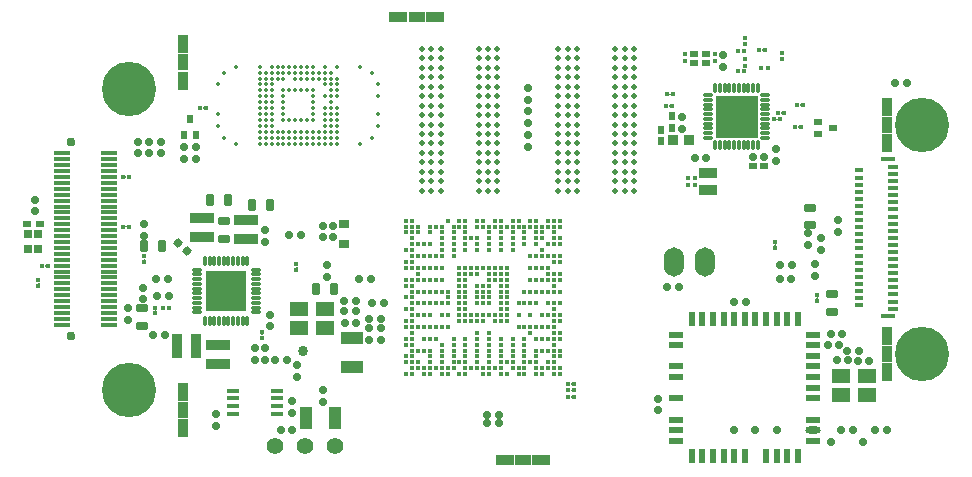
<source format=gts>
G04*
G04 #@! TF.GenerationSoftware,Altium Limited,Altium Designer,22.2.1 (43)*
G04*
G04 Layer_Color=8388736*
%FSLAX25Y25*%
%MOIN*%
G70*
G04*
G04 #@! TF.SameCoordinates,78EA78F8-FF88-446E-916A-2EA80F8DE5DB*
G04*
G04*
G04 #@! TF.FilePolarity,Negative*
G04*
G01*
G75*
%ADD35R,0.02756X0.01968*%
%ADD75C,0.00800*%
%ADD76C,0.01457*%
G04:AMPARAMS|DCode=77|XSize=16mil|YSize=16mil|CornerRadius=4.25mil|HoleSize=0mil|Usage=FLASHONLY|Rotation=180.000|XOffset=0mil|YOffset=0mil|HoleType=Round|Shape=RoundedRectangle|*
%AMROUNDEDRECTD77*
21,1,0.01600,0.00750,0,0,180.0*
21,1,0.00750,0.01600,0,0,180.0*
1,1,0.00850,-0.00375,0.00375*
1,1,0.00850,0.00375,0.00375*
1,1,0.00850,0.00375,-0.00375*
1,1,0.00850,-0.00375,-0.00375*
%
%ADD77ROUNDEDRECTD77*%
G04:AMPARAMS|DCode=78|XSize=16mil|YSize=16mil|CornerRadius=4.25mil|HoleSize=0mil|Usage=FLASHONLY|Rotation=90.000|XOffset=0mil|YOffset=0mil|HoleType=Round|Shape=RoundedRectangle|*
%AMROUNDEDRECTD78*
21,1,0.01600,0.00750,0,0,90.0*
21,1,0.00750,0.01600,0,0,90.0*
1,1,0.00850,0.00375,0.00375*
1,1,0.00850,0.00375,-0.00375*
1,1,0.00850,-0.00375,-0.00375*
1,1,0.00850,-0.00375,0.00375*
%
%ADD78ROUNDEDRECTD78*%
%ADD79R,0.02756X0.02363*%
G04:AMPARAMS|DCode=80|XSize=27.56mil|YSize=23.62mil|CornerRadius=5.91mil|HoleSize=0mil|Usage=FLASHONLY|Rotation=90.000|XOffset=0mil|YOffset=0mil|HoleType=Round|Shape=RoundedRectangle|*
%AMROUNDEDRECTD80*
21,1,0.02756,0.01181,0,0,90.0*
21,1,0.01575,0.02362,0,0,90.0*
1,1,0.01181,0.00591,0.00787*
1,1,0.01181,0.00591,-0.00787*
1,1,0.01181,-0.00591,-0.00787*
1,1,0.01181,-0.00591,0.00787*
%
%ADD80ROUNDEDRECTD80*%
%ADD81O,0.03740X0.01181*%
%ADD82O,0.01181X0.03740*%
%ADD83R,0.02363X0.05118*%
%ADD84R,0.05512X0.01378*%
%ADD85R,0.02363X0.02756*%
%ADD86R,0.02953X0.01575*%
G04:AMPARAMS|DCode=87|XSize=27.56mil|YSize=23.62mil|CornerRadius=5.91mil|HoleSize=0mil|Usage=FLASHONLY|Rotation=180.000|XOffset=0mil|YOffset=0mil|HoleType=Round|Shape=RoundedRectangle|*
%AMROUNDEDRECTD87*
21,1,0.02756,0.01181,0,0,180.0*
21,1,0.01575,0.02362,0,0,180.0*
1,1,0.01181,-0.00787,0.00591*
1,1,0.01181,0.00787,0.00591*
1,1,0.01181,0.00787,-0.00591*
1,1,0.01181,-0.00787,-0.00591*
%
%ADD87ROUNDEDRECTD87*%
%ADD88R,0.03543X0.05906*%
%ADD89R,0.03543X0.05315*%
%ADD90R,0.05906X0.03543*%
%ADD91R,0.05315X0.03543*%
%ADD92R,0.01457X0.01575*%
%ADD93R,0.05118X0.02363*%
%ADD94C,0.01378*%
%ADD95O,0.06693X0.09843*%
%ADD96C,0.03394*%
%ADD97R,0.00394X0.02363*%
%ADD98C,0.02756*%
%ADD99R,0.05118X0.00394*%
G04:AMPARAMS|DCode=100|XSize=51.18mil|YSize=23.63mil|CornerRadius=11.81mil|HoleSize=0mil|Usage=FLASHONLY|Rotation=0.000|XOffset=0mil|YOffset=0mil|HoleType=Round|Shape=RoundedRectangle|*
%AMROUNDEDRECTD100*
21,1,0.05118,0.00000,0,0,0.0*
21,1,0.02755,0.02363,0,0,0.0*
1,1,0.02363,0.01378,0.00000*
1,1,0.02363,-0.01378,0.00000*
1,1,0.02363,-0.01378,0.00000*
1,1,0.02363,0.01378,0.00000*
%
%ADD100ROUNDEDRECTD100*%
%ADD101C,0.01969*%
%ADD102O,0.01181X0.03543*%
%ADD103R,0.13780X0.13780*%
%ADD104P,0.00534X8X22.5*%
%ADD105O,0.03543X0.01181*%
%ADD106R,0.08268X0.03740*%
%ADD107R,0.02953X0.03150*%
%ADD108R,0.05906X0.05118*%
%ADD109R,0.02362X0.02756*%
%ADD110R,0.14173X0.14173*%
%ADD111R,0.03347X0.03543*%
%ADD112R,0.02362X0.02953*%
%ADD113R,0.01575X0.01457*%
%ADD114R,0.02795X0.02402*%
%ADD115R,0.05906X0.03347*%
G04:AMPARAMS|DCode=116|XSize=15.75mil|YSize=43.31mil|CornerRadius=4.92mil|HoleSize=0mil|Usage=FLASHONLY|Rotation=90.000|XOffset=0mil|YOffset=0mil|HoleType=Round|Shape=RoundedRectangle|*
%AMROUNDEDRECTD116*
21,1,0.01575,0.03347,0,0,90.0*
21,1,0.00591,0.04331,0,0,90.0*
1,1,0.00984,0.01673,0.00295*
1,1,0.00984,0.01673,-0.00295*
1,1,0.00984,-0.01673,-0.00295*
1,1,0.00984,-0.01673,0.00295*
%
%ADD116ROUNDEDRECTD116*%
%ADD117R,0.04331X0.07481*%
%ADD118R,0.04921X0.01575*%
%ADD119R,0.03543X0.01575*%
G04:AMPARAMS|DCode=120|XSize=39.37mil|YSize=27.56mil|CornerRadius=6.69mil|HoleSize=0mil|Usage=FLASHONLY|Rotation=180.000|XOffset=0mil|YOffset=0mil|HoleType=Round|Shape=RoundedRectangle|*
%AMROUNDEDRECTD120*
21,1,0.03937,0.01417,0,0,180.0*
21,1,0.02598,0.02756,0,0,180.0*
1,1,0.01339,-0.01299,0.00709*
1,1,0.01339,0.01299,0.00709*
1,1,0.01339,0.01299,-0.00709*
1,1,0.01339,-0.01299,-0.00709*
%
%ADD120ROUNDEDRECTD120*%
G04:AMPARAMS|DCode=121|XSize=39.37mil|YSize=27.56mil|CornerRadius=6.69mil|HoleSize=0mil|Usage=FLASHONLY|Rotation=270.000|XOffset=0mil|YOffset=0mil|HoleType=Round|Shape=RoundedRectangle|*
%AMROUNDEDRECTD121*
21,1,0.03937,0.01417,0,0,270.0*
21,1,0.02598,0.02756,0,0,270.0*
1,1,0.01339,-0.00709,-0.01299*
1,1,0.01339,-0.00709,0.01299*
1,1,0.01339,0.00709,0.01299*
1,1,0.01339,0.00709,-0.01299*
%
%ADD121ROUNDEDRECTD121*%
G04:AMPARAMS|DCode=122|XSize=27.56mil|YSize=23.62mil|CornerRadius=5.91mil|HoleSize=0mil|Usage=FLASHONLY|Rotation=45.000|XOffset=0mil|YOffset=0mil|HoleType=Round|Shape=RoundedRectangle|*
%AMROUNDEDRECTD122*
21,1,0.02756,0.01181,0,0,45.0*
21,1,0.01575,0.02362,0,0,45.0*
1,1,0.01181,0.00974,0.00139*
1,1,0.01181,-0.00139,-0.00974*
1,1,0.01181,-0.00974,-0.00139*
1,1,0.01181,0.00139,0.00974*
%
%ADD122ROUNDEDRECTD122*%
%ADD123R,0.02756X0.02362*%
%ADD124R,0.03740X0.08268*%
%ADD125R,0.07481X0.04331*%
%ADD126R,0.03543X0.02756*%
%ADD127C,0.18110*%
%ADD128C,0.05512*%
%ADD129C,0.03032*%
%ADD130C,0.02794*%
D35*
X4835Y84040D02*
D03*
X9165D02*
D03*
D75*
X186374Y26226D02*
G03*
X186374Y26226I-100J0D01*
G01*
X249972Y141799D02*
G03*
X249972Y141799I-100J0D01*
G01*
X262580Y123560D02*
G03*
X262580Y123560I-100J0D01*
G01*
X63560Y122660D02*
G03*
X63560Y122660I-100J0D01*
G01*
X94640Y69380D02*
G03*
X94640Y69380I-100J0D01*
G01*
X37805Y83041D02*
G03*
X37805Y83041I-100J0D01*
G01*
X10887Y69882D02*
G03*
X10887Y69882I-100J0D01*
G01*
X8643Y64117D02*
G03*
X8643Y64117I-100J0D01*
G01*
X83131Y47087D02*
G03*
X83131Y47087I-100J0D01*
G01*
X43919Y72008D02*
G03*
X43919Y72008I-100J0D01*
G01*
X47620Y55000D02*
G03*
X47620Y55000I-100J0D01*
G01*
X254155Y76929D02*
G03*
X254155Y76929I-100J0D01*
G01*
X268210Y59109D02*
G03*
X268210Y59109I-100J0D01*
G01*
X261911Y116260D02*
G03*
X261911Y116260I-100J0D01*
G01*
X254645Y118740D02*
G03*
X254645Y118740I-100J0D01*
G01*
X256154Y120965D02*
G03*
X256154Y120965I-100J0D01*
G01*
X37620Y99550D02*
G03*
X37620Y99550I-100J0D01*
G01*
X218975Y123270D02*
G03*
X218975Y123270I-100J0D01*
G01*
X219116Y127074D02*
G03*
X219116Y127074I-100J0D01*
G01*
X186374Y30596D02*
G03*
X186374Y30596I-100J0D01*
G01*
Y28430D02*
G03*
X186374Y28430I-100J0D01*
G01*
D76*
X146916Y83035D02*
D03*
Y81067D02*
D03*
Y79098D02*
D03*
Y77130D02*
D03*
Y75161D02*
D03*
Y73193D02*
D03*
Y45633D02*
D03*
Y43665D02*
D03*
Y41696D02*
D03*
Y39728D02*
D03*
Y37759D02*
D03*
Y35791D02*
D03*
X148886Y85004D02*
D03*
Y83035D02*
D03*
Y69256D02*
D03*
Y67287D02*
D03*
Y65319D02*
D03*
Y63350D02*
D03*
Y61382D02*
D03*
Y59413D02*
D03*
Y57444D02*
D03*
Y55476D02*
D03*
Y53507D02*
D03*
Y51539D02*
D03*
Y37759D02*
D03*
Y33822D02*
D03*
X150854Y85004D02*
D03*
Y83035D02*
D03*
Y81067D02*
D03*
Y79098D02*
D03*
Y77130D02*
D03*
Y75161D02*
D03*
Y69256D02*
D03*
Y67287D02*
D03*
Y65319D02*
D03*
Y63350D02*
D03*
Y61382D02*
D03*
Y59413D02*
D03*
Y57444D02*
D03*
Y55476D02*
D03*
Y53507D02*
D03*
Y51539D02*
D03*
Y45633D02*
D03*
Y43665D02*
D03*
Y41696D02*
D03*
Y39728D02*
D03*
Y37759D02*
D03*
Y35791D02*
D03*
Y33822D02*
D03*
X152822Y79098D02*
D03*
Y69256D02*
D03*
Y67287D02*
D03*
Y53507D02*
D03*
Y51539D02*
D03*
Y35791D02*
D03*
X154790Y85004D02*
D03*
Y83035D02*
D03*
Y79098D02*
D03*
Y77130D02*
D03*
Y75161D02*
D03*
Y69256D02*
D03*
Y67287D02*
D03*
Y63350D02*
D03*
Y61382D02*
D03*
Y59413D02*
D03*
Y57444D02*
D03*
Y53507D02*
D03*
Y51539D02*
D03*
Y47602D02*
D03*
Y45633D02*
D03*
Y43665D02*
D03*
Y41696D02*
D03*
Y39728D02*
D03*
Y37759D02*
D03*
Y35791D02*
D03*
X156760Y85004D02*
D03*
Y83035D02*
D03*
Y69256D02*
D03*
Y63350D02*
D03*
Y61382D02*
D03*
Y59413D02*
D03*
Y57444D02*
D03*
Y53507D02*
D03*
Y51539D02*
D03*
Y35791D02*
D03*
Y33822D02*
D03*
X158729Y83035D02*
D03*
Y81067D02*
D03*
Y79098D02*
D03*
Y77130D02*
D03*
Y75161D02*
D03*
Y69256D02*
D03*
Y67287D02*
D03*
Y65319D02*
D03*
Y63350D02*
D03*
Y61382D02*
D03*
Y59413D02*
D03*
Y57444D02*
D03*
Y53507D02*
D03*
Y47602D02*
D03*
Y45633D02*
D03*
Y43665D02*
D03*
Y41696D02*
D03*
Y39728D02*
D03*
Y37759D02*
D03*
Y35791D02*
D03*
Y33822D02*
D03*
X160696Y85004D02*
D03*
Y83035D02*
D03*
Y69256D02*
D03*
Y67287D02*
D03*
Y65319D02*
D03*
Y53507D02*
D03*
Y51539D02*
D03*
Y35791D02*
D03*
X162665Y85004D02*
D03*
Y83035D02*
D03*
Y81067D02*
D03*
Y79098D02*
D03*
Y77130D02*
D03*
Y75161D02*
D03*
Y69256D02*
D03*
Y67287D02*
D03*
Y65319D02*
D03*
Y63350D02*
D03*
Y61382D02*
D03*
Y59413D02*
D03*
Y57444D02*
D03*
Y55476D02*
D03*
Y53507D02*
D03*
Y51539D02*
D03*
Y45633D02*
D03*
Y43665D02*
D03*
Y41696D02*
D03*
Y39728D02*
D03*
Y37759D02*
D03*
Y35791D02*
D03*
Y33822D02*
D03*
X164634Y83035D02*
D03*
Y69256D02*
D03*
Y67287D02*
D03*
Y65319D02*
D03*
Y63350D02*
D03*
Y61382D02*
D03*
Y59413D02*
D03*
Y57444D02*
D03*
Y55476D02*
D03*
Y53507D02*
D03*
Y51539D02*
D03*
Y37759D02*
D03*
Y33822D02*
D03*
X166603Y85004D02*
D03*
Y83035D02*
D03*
Y81067D02*
D03*
Y79098D02*
D03*
Y77130D02*
D03*
Y75161D02*
D03*
Y45633D02*
D03*
Y43665D02*
D03*
Y41696D02*
D03*
Y39728D02*
D03*
Y37759D02*
D03*
Y35791D02*
D03*
X168570Y85004D02*
D03*
Y83035D02*
D03*
Y57444D02*
D03*
Y53507D02*
D03*
Y49570D02*
D03*
Y35791D02*
D03*
Y33822D02*
D03*
X170539Y83035D02*
D03*
Y81067D02*
D03*
Y79098D02*
D03*
Y77130D02*
D03*
Y61382D02*
D03*
Y57444D02*
D03*
Y49570D02*
D03*
Y45633D02*
D03*
Y43665D02*
D03*
Y41696D02*
D03*
Y39728D02*
D03*
Y37759D02*
D03*
Y35791D02*
D03*
Y33822D02*
D03*
X172508Y85004D02*
D03*
Y83035D02*
D03*
Y73193D02*
D03*
Y69256D02*
D03*
Y65319D02*
D03*
Y61382D02*
D03*
Y57444D02*
D03*
Y53507D02*
D03*
Y49570D02*
D03*
Y47602D02*
D03*
Y37759D02*
D03*
X174477Y85004D02*
D03*
Y83035D02*
D03*
Y81067D02*
D03*
Y79098D02*
D03*
Y77130D02*
D03*
Y73193D02*
D03*
Y69256D02*
D03*
Y65319D02*
D03*
Y61382D02*
D03*
Y57444D02*
D03*
Y49570D02*
D03*
Y45633D02*
D03*
Y41696D02*
D03*
Y39728D02*
D03*
Y37759D02*
D03*
Y35791D02*
D03*
Y33822D02*
D03*
X176444Y83035D02*
D03*
Y81067D02*
D03*
Y79098D02*
D03*
Y75161D02*
D03*
Y73193D02*
D03*
Y69256D02*
D03*
Y65319D02*
D03*
Y61382D02*
D03*
Y53507D02*
D03*
Y49570D02*
D03*
Y45633D02*
D03*
Y41696D02*
D03*
Y35791D02*
D03*
Y33822D02*
D03*
X178413Y85004D02*
D03*
Y83035D02*
D03*
Y77130D02*
D03*
Y73193D02*
D03*
Y69256D02*
D03*
Y67287D02*
D03*
Y65319D02*
D03*
Y61382D02*
D03*
Y57444D02*
D03*
Y53507D02*
D03*
Y49570D02*
D03*
Y45633D02*
D03*
Y41696D02*
D03*
Y37759D02*
D03*
Y35791D02*
D03*
X180382Y85004D02*
D03*
Y83035D02*
D03*
Y81067D02*
D03*
Y79098D02*
D03*
Y77130D02*
D03*
Y73193D02*
D03*
Y71224D02*
D03*
Y67287D02*
D03*
Y65319D02*
D03*
Y63350D02*
D03*
Y61382D02*
D03*
Y57444D02*
D03*
Y55476D02*
D03*
Y53507D02*
D03*
Y51539D02*
D03*
Y49570D02*
D03*
Y47602D02*
D03*
Y45633D02*
D03*
Y43665D02*
D03*
Y41696D02*
D03*
Y39728D02*
D03*
Y37759D02*
D03*
Y35791D02*
D03*
Y33822D02*
D03*
X182351Y85004D02*
D03*
Y83035D02*
D03*
Y79098D02*
D03*
Y77130D02*
D03*
Y73193D02*
D03*
Y71224D02*
D03*
Y67287D02*
D03*
Y65319D02*
D03*
Y61382D02*
D03*
Y57444D02*
D03*
Y53507D02*
D03*
Y51539D02*
D03*
Y47602D02*
D03*
Y45633D02*
D03*
Y41696D02*
D03*
Y39728D02*
D03*
Y35791D02*
D03*
Y33822D02*
D03*
X131168Y85004D02*
D03*
Y83035D02*
D03*
Y81067D02*
D03*
Y75161D02*
D03*
Y71224D02*
D03*
Y69256D02*
D03*
Y65319D02*
D03*
Y63350D02*
D03*
Y59413D02*
D03*
Y55476D02*
D03*
Y51539D02*
D03*
Y49570D02*
D03*
Y45633D02*
D03*
Y43665D02*
D03*
Y39728D02*
D03*
Y37759D02*
D03*
Y33822D02*
D03*
X133138Y85004D02*
D03*
Y83035D02*
D03*
Y81067D02*
D03*
Y79098D02*
D03*
Y77130D02*
D03*
Y75161D02*
D03*
Y73193D02*
D03*
Y71224D02*
D03*
Y69256D02*
D03*
Y65319D02*
D03*
Y63350D02*
D03*
Y61382D02*
D03*
Y59413D02*
D03*
Y57444D02*
D03*
Y55476D02*
D03*
Y53507D02*
D03*
Y51539D02*
D03*
Y49570D02*
D03*
Y47602D02*
D03*
Y45633D02*
D03*
Y43665D02*
D03*
Y41696D02*
D03*
Y39728D02*
D03*
Y37759D02*
D03*
Y35791D02*
D03*
Y33822D02*
D03*
X135106Y83035D02*
D03*
Y81067D02*
D03*
Y77130D02*
D03*
Y73193D02*
D03*
Y69256D02*
D03*
Y67287D02*
D03*
Y65319D02*
D03*
Y61382D02*
D03*
Y57444D02*
D03*
Y53507D02*
D03*
Y49570D02*
D03*
Y41696D02*
D03*
Y37759D02*
D03*
Y35791D02*
D03*
X137074Y77130D02*
D03*
Y73193D02*
D03*
Y69256D02*
D03*
Y65319D02*
D03*
Y61382D02*
D03*
Y57444D02*
D03*
Y53507D02*
D03*
Y49570D02*
D03*
Y45633D02*
D03*
Y41696D02*
D03*
Y35791D02*
D03*
Y33822D02*
D03*
X139042Y83035D02*
D03*
Y81067D02*
D03*
Y77130D02*
D03*
Y73193D02*
D03*
Y69256D02*
D03*
Y65319D02*
D03*
Y61382D02*
D03*
Y57444D02*
D03*
Y53507D02*
D03*
Y49570D02*
D03*
Y45633D02*
D03*
Y41696D02*
D03*
Y39728D02*
D03*
Y37759D02*
D03*
Y35791D02*
D03*
Y33822D02*
D03*
X141012Y83035D02*
D03*
Y73193D02*
D03*
Y69256D02*
D03*
Y65319D02*
D03*
Y61382D02*
D03*
Y57444D02*
D03*
Y49570D02*
D03*
Y45633D02*
D03*
Y35791D02*
D03*
X142980Y83035D02*
D03*
Y81067D02*
D03*
Y79098D02*
D03*
Y77130D02*
D03*
Y75161D02*
D03*
Y73193D02*
D03*
Y69256D02*
D03*
Y65319D02*
D03*
Y61382D02*
D03*
Y57444D02*
D03*
Y53507D02*
D03*
Y49570D02*
D03*
Y43665D02*
D03*
Y41696D02*
D03*
Y39728D02*
D03*
Y37759D02*
D03*
Y35791D02*
D03*
Y33822D02*
D03*
X144948Y85004D02*
D03*
Y61382D02*
D03*
Y59413D02*
D03*
Y57444D02*
D03*
Y53507D02*
D03*
Y49570D02*
D03*
Y35791D02*
D03*
Y33822D02*
D03*
D77*
X185216Y26226D02*
D03*
X250807Y141799D02*
D03*
X263538Y123560D02*
D03*
X261544D02*
D03*
X248814Y141799D02*
D03*
X217818Y123270D02*
D03*
X217958Y127074D02*
D03*
X62524Y122660D02*
D03*
X187210Y26226D02*
D03*
X64518Y122660D02*
D03*
X187210Y28430D02*
D03*
X36769Y83041D02*
D03*
X38763D02*
D03*
X9852Y69882D02*
D03*
X11845D02*
D03*
X52161Y55904D02*
D03*
X50167D02*
D03*
X260875Y116260D02*
D03*
X262869D02*
D03*
X253609Y118740D02*
D03*
X255603D02*
D03*
X255119Y120965D02*
D03*
X257112D02*
D03*
X36584Y99550D02*
D03*
X38578D02*
D03*
X219811Y123270D02*
D03*
X219951Y127074D02*
D03*
X185216Y30596D02*
D03*
X187210D02*
D03*
X185216Y28430D02*
D03*
D78*
X256399Y139014D02*
D03*
Y141008D02*
D03*
X94540Y68444D02*
D03*
Y70438D02*
D03*
X8543Y65175D02*
D03*
Y63181D02*
D03*
X83031Y48022D02*
D03*
Y46029D02*
D03*
X43819Y71072D02*
D03*
Y73066D02*
D03*
X47520Y54064D02*
D03*
Y56058D02*
D03*
X254055Y75993D02*
D03*
Y77987D02*
D03*
X268110Y58173D02*
D03*
Y60167D02*
D03*
D79*
X268431Y117819D02*
D03*
X273549Y115850D02*
D03*
X268431Y113881D02*
D03*
D80*
X291311Y15124D02*
D03*
X57051Y109520D02*
D03*
Y105720D02*
D03*
X60988D02*
D03*
Y109520D02*
D03*
X244488Y57953D02*
D03*
X93189Y15118D02*
D03*
X89252D02*
D03*
X297992Y130787D02*
D03*
X294055D02*
D03*
X240551Y57953D02*
D03*
X255630Y65709D02*
D03*
X259567D02*
D03*
X255648Y70157D02*
D03*
X259585D02*
D03*
X91496Y38541D02*
D03*
X87559D02*
D03*
X50787Y47047D02*
D03*
X46850D02*
D03*
X52135Y59945D02*
D03*
X48199D02*
D03*
X96059Y80297D02*
D03*
X92122D02*
D03*
X222087Y62874D02*
D03*
X218150D02*
D03*
X227244Y105827D02*
D03*
X231181D02*
D03*
X250512Y106299D02*
D03*
X246575D02*
D03*
X51575Y65706D02*
D03*
X47638D02*
D03*
X110565Y54797D02*
D03*
X114502D02*
D03*
X114568Y50997D02*
D03*
X110631D02*
D03*
X118835Y49197D02*
D03*
X122772D02*
D03*
Y52097D02*
D03*
X118835D02*
D03*
X118865Y45297D02*
D03*
X122802D02*
D03*
X114502Y58096D02*
D03*
X110565D02*
D03*
X119459Y65697D02*
D03*
X115522D02*
D03*
X123742Y57497D02*
D03*
X119805D02*
D03*
X158193Y17455D02*
D03*
X162130D02*
D03*
X162150Y20241D02*
D03*
X158213D02*
D03*
X280075Y15124D02*
D03*
X276138D02*
D03*
X274628Y38447D02*
D03*
X278565D02*
D03*
X271618Y43487D02*
D03*
X275555D02*
D03*
X276537Y47165D02*
D03*
X272600D02*
D03*
X287374Y15124D02*
D03*
X285535Y38377D02*
D03*
X281598D02*
D03*
X278150Y41575D02*
D03*
X282087D02*
D03*
D81*
X250700Y122060D02*
D03*
X231802Y126784D02*
D03*
X250700Y112611D02*
D03*
Y114186D02*
D03*
Y115760D02*
D03*
Y117335D02*
D03*
Y118910D02*
D03*
Y120485D02*
D03*
Y123634D02*
D03*
Y125209D02*
D03*
Y126784D02*
D03*
X231802Y125209D02*
D03*
Y123634D02*
D03*
Y122060D02*
D03*
Y120485D02*
D03*
Y118910D02*
D03*
Y117335D02*
D03*
Y115760D02*
D03*
Y114186D02*
D03*
Y112611D02*
D03*
D82*
X245188Y129146D02*
D03*
X246763D02*
D03*
X242039Y110248D02*
D03*
X240464D02*
D03*
X234165D02*
D03*
X235739D02*
D03*
X237314D02*
D03*
X238889D02*
D03*
X243614D02*
D03*
X245188D02*
D03*
X246763D02*
D03*
X248338D02*
D03*
Y129146D02*
D03*
X243614D02*
D03*
X242039D02*
D03*
X240464D02*
D03*
X238889D02*
D03*
X237314D02*
D03*
X235739D02*
D03*
X234165D02*
D03*
D83*
X258167Y6479D02*
D03*
X254624D02*
D03*
X226277Y52149D02*
D03*
X233364D02*
D03*
Y6479D02*
D03*
X226277D02*
D03*
X229821Y52149D02*
D03*
Y6479D02*
D03*
X236907D02*
D03*
X240451D02*
D03*
X243994D02*
D03*
X251081D02*
D03*
X258167Y52149D02*
D03*
X261711D02*
D03*
Y6479D02*
D03*
X251081Y52149D02*
D03*
X254624D02*
D03*
X236907D02*
D03*
X240451D02*
D03*
X247537D02*
D03*
X243994D02*
D03*
D84*
X16339Y85770D02*
D03*
X32087Y105456D02*
D03*
X16339Y105456D02*
D03*
X32087Y107424D02*
D03*
X16339Y107424D02*
D03*
Y77896D02*
D03*
Y73959D02*
D03*
Y70022D02*
D03*
Y66085D02*
D03*
X32087Y50337D02*
D03*
X16339Y81833D02*
D03*
Y83802D02*
D03*
Y79865D02*
D03*
Y75928D02*
D03*
Y71991D02*
D03*
Y68054D02*
D03*
X32087Y85770D02*
D03*
Y81833D02*
D03*
Y77896D02*
D03*
Y73959D02*
D03*
Y83802D02*
D03*
Y79865D02*
D03*
Y75928D02*
D03*
Y71991D02*
D03*
Y70022D02*
D03*
Y68054D02*
D03*
Y66085D02*
D03*
Y60180D02*
D03*
Y56243D02*
D03*
X16339Y50337D02*
D03*
Y56243D02*
D03*
Y58211D02*
D03*
Y87739D02*
D03*
X32087Y87739D02*
D03*
X16339Y97582D02*
D03*
Y93644D02*
D03*
Y89707D02*
D03*
Y101519D02*
D03*
Y103487D02*
D03*
Y99550D02*
D03*
Y95613D02*
D03*
Y91676D02*
D03*
X32087Y101518D02*
D03*
Y97581D02*
D03*
Y93644D02*
D03*
Y103487D02*
D03*
Y99550D02*
D03*
Y95613D02*
D03*
Y91676D02*
D03*
Y89707D02*
D03*
Y54274D02*
D03*
Y52306D02*
D03*
X16339Y54274D02*
D03*
Y52306D02*
D03*
X32087Y58211D02*
D03*
Y64117D02*
D03*
Y62148D02*
D03*
X16339Y64117D02*
D03*
Y62148D02*
D03*
Y60180D02*
D03*
D85*
X59011Y118744D02*
D03*
X57042Y113626D02*
D03*
X60980D02*
D03*
D86*
X281929Y101738D02*
D03*
X281931Y56856D02*
D03*
Y61580D02*
D03*
Y59218D02*
D03*
Y68667D02*
D03*
Y66305D02*
D03*
Y75754D02*
D03*
Y73391D02*
D03*
Y78116D02*
D03*
Y80478D02*
D03*
Y85203D02*
D03*
Y82840D02*
D03*
Y92289D02*
D03*
Y89927D02*
D03*
Y71029D02*
D03*
Y63942D02*
D03*
Y87565D02*
D03*
X281929Y97014D02*
D03*
Y99376D02*
D03*
Y94652D02*
D03*
D87*
X7260Y88072D02*
D03*
X214961Y21752D02*
D03*
Y25689D02*
D03*
X45520Y107412D02*
D03*
Y111348D02*
D03*
X49420Y107412D02*
D03*
Y111348D02*
D03*
X41760Y107412D02*
D03*
Y111348D02*
D03*
X43425Y58780D02*
D03*
Y62717D02*
D03*
X103268Y28661D02*
D03*
Y24724D02*
D03*
X7260Y92009D02*
D03*
X171758Y109591D02*
D03*
X38345Y51842D02*
D03*
Y55779D02*
D03*
X67794Y20404D02*
D03*
Y16467D02*
D03*
X92992Y20827D02*
D03*
Y24764D02*
D03*
X104644Y70276D02*
D03*
Y66339D02*
D03*
X43622Y83976D02*
D03*
Y80039D02*
D03*
X267290Y66498D02*
D03*
Y70435D02*
D03*
X269567Y75157D02*
D03*
Y79094D02*
D03*
X274921Y81181D02*
D03*
Y85118D02*
D03*
X94685Y32824D02*
D03*
Y36761D02*
D03*
X264961Y80748D02*
D03*
Y76811D02*
D03*
X80748Y42559D02*
D03*
Y38622D02*
D03*
X84213Y38543D02*
D03*
Y42480D02*
D03*
X85719Y53688D02*
D03*
Y49751D02*
D03*
X84222Y81995D02*
D03*
Y78058D02*
D03*
X171758Y121572D02*
D03*
Y117635D02*
D03*
Y113528D02*
D03*
X223031Y119407D02*
D03*
Y115471D02*
D03*
X171803Y125329D02*
D03*
Y129266D02*
D03*
X254331Y104803D02*
D03*
Y108740D02*
D03*
X236811Y140274D02*
D03*
Y136337D02*
D03*
X103391Y83372D02*
D03*
Y79435D02*
D03*
X106591D02*
D03*
Y83372D02*
D03*
X283565Y11157D02*
D03*
X272574D02*
D03*
D88*
X56721Y15766D02*
D03*
Y28010D02*
D03*
X291339Y34429D02*
D03*
Y46673D02*
D03*
Y110807D02*
D03*
Y123051D02*
D03*
X56721Y131673D02*
D03*
Y143917D02*
D03*
D89*
X56721Y21888D02*
D03*
X291339Y40551D02*
D03*
Y116929D02*
D03*
X56721Y137795D02*
D03*
D90*
X176161Y5118D02*
D03*
X163917D02*
D03*
X140740Y152961D02*
D03*
X128496D02*
D03*
D91*
X170039Y5118D02*
D03*
X134618Y152961D02*
D03*
D92*
X251662Y136020D02*
D03*
X249418D02*
D03*
X227413Y99225D02*
D03*
X225169D02*
D03*
X241595Y134768D02*
D03*
X243839D02*
D03*
X241595Y141455D02*
D03*
X243839D02*
D03*
X225169Y96863D02*
D03*
X227413D02*
D03*
D93*
X266829Y39944D02*
D03*
Y18684D02*
D03*
X221159D02*
D03*
X266829Y11597D02*
D03*
X221159D02*
D03*
Y47031D02*
D03*
Y43487D02*
D03*
Y36401D02*
D03*
Y32857D02*
D03*
Y25771D02*
D03*
Y15141D02*
D03*
X266829Y47031D02*
D03*
Y43487D02*
D03*
Y36401D02*
D03*
Y32857D02*
D03*
Y29314D02*
D03*
Y25771D02*
D03*
D94*
X121709Y116622D02*
D03*
Y120559D02*
D03*
Y126465D02*
D03*
Y130402D02*
D03*
X68559Y116622D02*
D03*
Y120559D02*
D03*
Y130402D02*
D03*
X70528Y112685D02*
D03*
Y134339D02*
D03*
X74465Y136307D02*
D03*
Y110717D02*
D03*
X82339Y136307D02*
D03*
Y110717D02*
D03*
Y112685D02*
D03*
Y114654D02*
D03*
Y116622D02*
D03*
Y118591D02*
D03*
Y120559D02*
D03*
Y122528D02*
D03*
Y124496D02*
D03*
Y126465D02*
D03*
Y128433D02*
D03*
Y130402D02*
D03*
Y132370D02*
D03*
Y134339D02*
D03*
X84307Y110717D02*
D03*
Y112685D02*
D03*
Y114654D02*
D03*
Y116622D02*
D03*
Y118591D02*
D03*
Y120559D02*
D03*
Y122528D02*
D03*
Y124496D02*
D03*
Y126465D02*
D03*
Y128433D02*
D03*
Y130402D02*
D03*
Y132370D02*
D03*
Y134339D02*
D03*
X86276Y136307D02*
D03*
Y110717D02*
D03*
Y112685D02*
D03*
Y114654D02*
D03*
Y116622D02*
D03*
Y118591D02*
D03*
Y120559D02*
D03*
Y122528D02*
D03*
Y124496D02*
D03*
Y126465D02*
D03*
Y128433D02*
D03*
Y130402D02*
D03*
Y132370D02*
D03*
Y134339D02*
D03*
X88244Y136307D02*
D03*
Y110717D02*
D03*
Y112685D02*
D03*
Y114654D02*
D03*
Y132370D02*
D03*
Y134339D02*
D03*
X90213Y136307D02*
D03*
Y110717D02*
D03*
Y112685D02*
D03*
Y114654D02*
D03*
Y118591D02*
D03*
Y120559D02*
D03*
Y122528D02*
D03*
Y124496D02*
D03*
Y126465D02*
D03*
Y128433D02*
D03*
Y132370D02*
D03*
Y134339D02*
D03*
X92181Y136307D02*
D03*
Y110717D02*
D03*
Y112685D02*
D03*
Y114654D02*
D03*
Y118591D02*
D03*
Y128433D02*
D03*
Y134339D02*
D03*
X94150Y136307D02*
D03*
Y110717D02*
D03*
Y112685D02*
D03*
Y114654D02*
D03*
Y118591D02*
D03*
Y128433D02*
D03*
Y132370D02*
D03*
Y134339D02*
D03*
X96118Y136307D02*
D03*
Y110717D02*
D03*
Y112685D02*
D03*
Y114654D02*
D03*
Y118591D02*
D03*
Y128433D02*
D03*
Y132370D02*
D03*
Y134339D02*
D03*
X98087Y136307D02*
D03*
Y110717D02*
D03*
Y112685D02*
D03*
Y114654D02*
D03*
Y118591D02*
D03*
Y128433D02*
D03*
Y132370D02*
D03*
Y134339D02*
D03*
X100055Y136307D02*
D03*
Y110717D02*
D03*
Y112685D02*
D03*
Y114654D02*
D03*
Y118591D02*
D03*
Y120559D02*
D03*
Y122528D02*
D03*
Y124496D02*
D03*
Y126465D02*
D03*
Y128433D02*
D03*
Y132370D02*
D03*
Y134339D02*
D03*
X102024Y110717D02*
D03*
Y112685D02*
D03*
Y114654D02*
D03*
Y132370D02*
D03*
Y134339D02*
D03*
X103992Y136307D02*
D03*
Y110717D02*
D03*
Y112685D02*
D03*
Y114654D02*
D03*
Y116622D02*
D03*
Y118591D02*
D03*
Y120559D02*
D03*
Y122528D02*
D03*
Y126465D02*
D03*
Y130402D02*
D03*
Y132370D02*
D03*
Y134339D02*
D03*
X105961Y110717D02*
D03*
Y112685D02*
D03*
Y114654D02*
D03*
Y116622D02*
D03*
Y118591D02*
D03*
Y120559D02*
D03*
Y122528D02*
D03*
Y124496D02*
D03*
Y126465D02*
D03*
Y128433D02*
D03*
Y130402D02*
D03*
Y132370D02*
D03*
Y134339D02*
D03*
X107929Y136307D02*
D03*
Y110717D02*
D03*
Y112685D02*
D03*
Y114654D02*
D03*
Y116622D02*
D03*
Y118591D02*
D03*
Y120559D02*
D03*
Y122528D02*
D03*
Y126465D02*
D03*
Y128433D02*
D03*
Y130402D02*
D03*
Y132370D02*
D03*
X115803Y136307D02*
D03*
Y110717D02*
D03*
X119740Y112685D02*
D03*
Y134339D02*
D03*
D95*
X220507Y71144D02*
D03*
X230743D02*
D03*
D96*
X96860Y41524D02*
D03*
D97*
X221159Y22227D02*
D03*
D98*
X240451Y15141D02*
D03*
X247537D02*
D03*
X254624D02*
D03*
D99*
X266829Y22227D02*
D03*
D100*
Y15141D02*
D03*
D101*
X161556Y142235D02*
D03*
Y135936D02*
D03*
Y129637D02*
D03*
X158407Y120188D02*
D03*
X161556Y113889D02*
D03*
Y107589D02*
D03*
X158407D02*
D03*
X161556Y104440D02*
D03*
Y98141D02*
D03*
X136360Y142235D02*
D03*
Y135936D02*
D03*
X139509Y120188D02*
D03*
X136360Y129637D02*
D03*
X139509Y113889D02*
D03*
Y107589D02*
D03*
Y104440D02*
D03*
X136360Y113889D02*
D03*
Y110739D02*
D03*
X155257Y98141D02*
D03*
X136360D02*
D03*
Y94991D02*
D03*
X155257Y142235D02*
D03*
Y139085D02*
D03*
Y135936D02*
D03*
Y132786D02*
D03*
Y129637D02*
D03*
Y126487D02*
D03*
Y123337D02*
D03*
Y120188D02*
D03*
Y117038D02*
D03*
Y107589D02*
D03*
Y104440D02*
D03*
Y101290D02*
D03*
Y94991D02*
D03*
X158407Y142235D02*
D03*
Y139085D02*
D03*
Y135936D02*
D03*
Y132786D02*
D03*
Y129637D02*
D03*
Y126487D02*
D03*
Y123337D02*
D03*
Y117038D02*
D03*
Y113889D02*
D03*
Y110739D02*
D03*
Y104440D02*
D03*
Y101290D02*
D03*
Y98141D02*
D03*
Y94991D02*
D03*
X161556Y139085D02*
D03*
Y132786D02*
D03*
Y126487D02*
D03*
Y123337D02*
D03*
Y120188D02*
D03*
Y117038D02*
D03*
Y110739D02*
D03*
Y101290D02*
D03*
Y94991D02*
D03*
X136360Y139085D02*
D03*
Y132786D02*
D03*
Y126487D02*
D03*
Y123337D02*
D03*
Y120188D02*
D03*
Y117038D02*
D03*
Y107589D02*
D03*
Y104440D02*
D03*
Y101290D02*
D03*
X139509Y142235D02*
D03*
Y139085D02*
D03*
Y135936D02*
D03*
Y132786D02*
D03*
Y129637D02*
D03*
Y126487D02*
D03*
Y123337D02*
D03*
Y117038D02*
D03*
Y110739D02*
D03*
Y101290D02*
D03*
Y98141D02*
D03*
Y94991D02*
D03*
X142659Y142235D02*
D03*
Y139085D02*
D03*
Y135936D02*
D03*
Y132786D02*
D03*
Y129637D02*
D03*
Y126487D02*
D03*
Y123337D02*
D03*
Y117038D02*
D03*
Y113889D02*
D03*
Y110739D02*
D03*
Y107589D02*
D03*
Y104440D02*
D03*
Y94991D02*
D03*
Y101290D02*
D03*
Y98141D02*
D03*
X155257Y110739D02*
D03*
Y113889D02*
D03*
X142659Y120188D02*
D03*
X188159D02*
D03*
X200757Y113889D02*
D03*
Y110739D02*
D03*
X188159Y98141D02*
D03*
Y101290D02*
D03*
Y94991D02*
D03*
Y104440D02*
D03*
Y107589D02*
D03*
Y110739D02*
D03*
Y113889D02*
D03*
Y117038D02*
D03*
Y123337D02*
D03*
Y126487D02*
D03*
Y129637D02*
D03*
Y132786D02*
D03*
Y135936D02*
D03*
Y139085D02*
D03*
Y142235D02*
D03*
X185009Y94991D02*
D03*
Y98141D02*
D03*
Y101290D02*
D03*
Y110739D02*
D03*
Y117038D02*
D03*
Y123337D02*
D03*
Y126487D02*
D03*
Y129637D02*
D03*
Y132786D02*
D03*
Y135936D02*
D03*
Y139085D02*
D03*
Y142235D02*
D03*
X181860Y101290D02*
D03*
Y104440D02*
D03*
Y107589D02*
D03*
Y117038D02*
D03*
Y120188D02*
D03*
Y123337D02*
D03*
Y126487D02*
D03*
Y132786D02*
D03*
Y139085D02*
D03*
X207056Y94991D02*
D03*
Y101290D02*
D03*
Y110739D02*
D03*
Y117038D02*
D03*
Y120188D02*
D03*
Y123337D02*
D03*
Y126487D02*
D03*
Y132786D02*
D03*
Y139085D02*
D03*
X203907Y94991D02*
D03*
Y98141D02*
D03*
Y101290D02*
D03*
Y104440D02*
D03*
Y110739D02*
D03*
Y113889D02*
D03*
Y117038D02*
D03*
Y123337D02*
D03*
Y126487D02*
D03*
Y129637D02*
D03*
Y132786D02*
D03*
Y135936D02*
D03*
Y139085D02*
D03*
Y142235D02*
D03*
X200757Y94991D02*
D03*
Y101290D02*
D03*
Y104440D02*
D03*
Y107589D02*
D03*
Y117038D02*
D03*
Y120188D02*
D03*
Y123337D02*
D03*
Y126487D02*
D03*
Y129637D02*
D03*
Y132786D02*
D03*
Y135936D02*
D03*
Y139085D02*
D03*
Y142235D02*
D03*
X181860Y94991D02*
D03*
Y98141D02*
D03*
Y110739D02*
D03*
X200757Y98141D02*
D03*
X185009Y104440D02*
D03*
Y107589D02*
D03*
X203907D02*
D03*
X181860Y113889D02*
D03*
Y129637D02*
D03*
Y135936D02*
D03*
Y142235D02*
D03*
X185009Y113889D02*
D03*
Y120188D02*
D03*
X203907D02*
D03*
X207056Y98141D02*
D03*
Y104440D02*
D03*
Y113889D02*
D03*
Y107589D02*
D03*
Y129637D02*
D03*
Y135936D02*
D03*
Y142235D02*
D03*
D102*
X75034Y71405D02*
D03*
X71885Y51719D02*
D03*
X70310D02*
D03*
X78184D02*
D03*
X76609D02*
D03*
X75034D02*
D03*
X73459D02*
D03*
X68735D02*
D03*
X67160D02*
D03*
X65585D02*
D03*
X64010D02*
D03*
X70309Y71405D02*
D03*
X71884D02*
D03*
X76609D02*
D03*
X78184D02*
D03*
X73459D02*
D03*
X64010D02*
D03*
X65585D02*
D03*
X67160D02*
D03*
X68735D02*
D03*
D103*
X71097Y61562D02*
D03*
D104*
D03*
D105*
X61254Y60774D02*
D03*
Y62349D02*
D03*
Y63924D02*
D03*
Y65499D02*
D03*
Y67074D02*
D03*
Y68649D02*
D03*
Y54475D02*
D03*
Y56050D02*
D03*
Y57625D02*
D03*
Y59200D02*
D03*
X80940Y62349D02*
D03*
Y60774D02*
D03*
Y68649D02*
D03*
Y67074D02*
D03*
Y65499D02*
D03*
Y63924D02*
D03*
Y59200D02*
D03*
Y57625D02*
D03*
Y56050D02*
D03*
Y54475D02*
D03*
D106*
X63050Y79519D02*
D03*
Y86015D02*
D03*
X77850Y85390D02*
D03*
Y78894D02*
D03*
X68540Y37112D02*
D03*
Y43608D02*
D03*
D107*
X8463Y80458D02*
D03*
X5117D02*
D03*
Y75536D02*
D03*
X8463D02*
D03*
D108*
X275987Y26769D02*
D03*
X284649Y33069D02*
D03*
Y26769D02*
D03*
X275987Y33069D02*
D03*
X95372Y49347D02*
D03*
X104034Y55647D02*
D03*
Y49347D02*
D03*
X95372Y55647D02*
D03*
D109*
X219882Y115864D02*
D03*
Y119801D02*
D03*
D110*
X241251Y119697D02*
D03*
D111*
X219980Y111927D02*
D03*
X225295D02*
D03*
D112*
X215945Y115372D02*
D03*
Y111632D02*
D03*
D113*
X244007Y146017D02*
D03*
Y143772D02*
D03*
X224101Y140519D02*
D03*
Y138275D02*
D03*
X244007Y136686D02*
D03*
Y138930D02*
D03*
X234101Y140519D02*
D03*
Y138275D02*
D03*
D114*
X231169Y137697D02*
D03*
X227232D02*
D03*
X231169Y140453D02*
D03*
X227232D02*
D03*
D115*
X231741Y95213D02*
D03*
Y100961D02*
D03*
D116*
X88032Y20630D02*
D03*
Y23189D02*
D03*
Y25748D02*
D03*
Y28307D02*
D03*
X73465Y20629D02*
D03*
Y23189D02*
D03*
Y25748D02*
D03*
Y28307D02*
D03*
D117*
X107480Y19291D02*
D03*
X97638D02*
D03*
D118*
X291772Y53116D02*
D03*
Y105478D02*
D03*
D119*
X293250Y60400D02*
D03*
Y58038D02*
D03*
Y69849D02*
D03*
Y67486D02*
D03*
Y65124D02*
D03*
Y76935D02*
D03*
Y74573D02*
D03*
Y72211D02*
D03*
Y86384D02*
D03*
Y84022D02*
D03*
Y81660D02*
D03*
Y91108D02*
D03*
Y88746D02*
D03*
Y93471D02*
D03*
Y55675D02*
D03*
Y62762D02*
D03*
Y79297D02*
D03*
X293252Y100557D02*
D03*
Y98195D02*
D03*
Y95833D02*
D03*
Y102919D02*
D03*
D120*
X43228Y49843D02*
D03*
Y55748D02*
D03*
X265709Y83465D02*
D03*
Y89370D02*
D03*
X273011Y60570D02*
D03*
Y54664D02*
D03*
X70311Y84910D02*
D03*
Y79005D02*
D03*
D121*
X43819Y76575D02*
D03*
X49724D02*
D03*
X85793Y90137D02*
D03*
X79888D02*
D03*
X65846Y91939D02*
D03*
X71751D02*
D03*
X101079Y62276D02*
D03*
X106985D02*
D03*
D122*
X57927Y74907D02*
D03*
X55143Y77691D02*
D03*
D123*
X250551Y103228D02*
D03*
X246614D02*
D03*
D124*
X61219Y43317D02*
D03*
X54723D02*
D03*
D125*
X113203Y46018D02*
D03*
Y36176D02*
D03*
D126*
X110363Y77078D02*
D03*
Y83771D02*
D03*
D127*
X303150Y116929D02*
D03*
Y40551D02*
D03*
X38858Y28425D02*
D03*
Y129055D02*
D03*
D128*
X107491Y9766D02*
D03*
X87486D02*
D03*
X97491D02*
D03*
D129*
X19291Y46597D02*
D03*
Y111164D02*
D03*
D130*
X236921Y115367D02*
D03*
Y119697D02*
D03*
Y124028D02*
D03*
X241251Y115367D02*
D03*
Y119697D02*
D03*
Y124028D02*
D03*
X245582Y115367D02*
D03*
Y119697D02*
D03*
Y124028D02*
D03*
M02*

</source>
